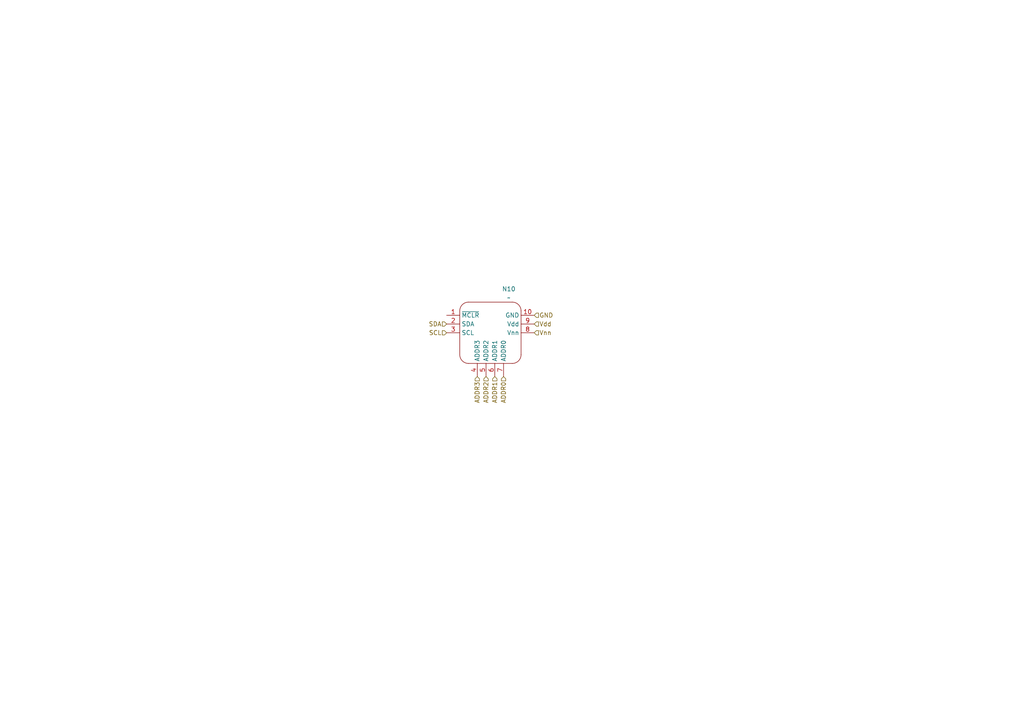
<source format=kicad_sch>
(kicad_sch (version 20231120) (generator "eeschema") (generator_version "8.0")
  (paper "A4")
  (lib_symbols
    (symbol "Nixie:Nixie_Driver"
      (property "Reference" "N" (at 0 7.62 0))
      (symbol "Nixie_Driver_0_1"
        (arc (start -8.8898 -8.8898) (mid -8.1459 -10.6859) (end -6.3498 -11.4298))
        (arc (start -6.35 6.35) (mid -8.1461 5.6061) (end -8.89 3.81))
        (polyline (pts (xy -8.89 3.81) (xy -8.89 -8.89)))
        (polyline (pts (xy -6.35 -11.43) (xy 6.35 -11.43)))
        (polyline (pts (xy 6.35 6.35) (xy -6.35 6.35)))
        (polyline (pts (xy 8.89 3.81) (xy 8.89 -8.89)))
        (arc (start 6.35 -11.43) (mid 8.1461 -10.6861) (end 8.89 -8.89))
        (arc (start 8.89 3.81) (mid 8.1461 5.6061) (end 6.35 6.35))
      )
      (symbol "Nixie_Driver_1_1"
        (text "${I2C Address}" (at 5.08 -12.954 0) (effects (font (size 1.27 1.27) (italic yes)) (justify left)))
        (pin input line (at -12.7 2.54 0) (length 3.81) (name "~{MCLR}") (number "1"))
        (pin power_in line (at 12.7 2.54 180) (length 3.81) (name "GND") (number "10"))
        (pin bidirectional line (at -12.7 0 0) (length 3.81) (name "SDA") (number "2"))
        (pin bidirectional line (at -12.7 -2.54 0) (length 3.81) (name "SCL") (number "3"))
        (pin input line (at -3.81 -15.24 90) (length 3.81) (name "ADDR3") (number "4"))
        (pin input line (at -1.27 -15.24 90) (length 3.81) (name "ADDR2") (number "5"))
        (pin input line (at 1.27 -15.24 90) (length 3.81) (name "ADDR1") (number "6"))
        (pin input line (at 3.81 -15.24 90) (length 3.81) (name "ADDR0") (number "7"))
        (pin power_in line (at 12.7 -2.54 180) (length 3.81) (name "Vnn") (number "8"))
        (pin power_in line (at 12.7 0 180) (length 3.81) (name "Vdd") (number "9"))
      )
    )
  )
  (hierarchical_label "ADDR3" (shape input) (at 138.43 109.22 270))
  (hierarchical_label "ADDR0" (shape input) (at 146.05 109.22 270))
  (hierarchical_label "SCL" (shape input) (at 129.54 96.52 180))
  (hierarchical_label "Vnn" (shape input) (at 154.94 96.52 0))
  (hierarchical_label "GND" (shape input) (at 154.94 91.44 0))
  (hierarchical_label "ADDR2" (shape input) (at 140.97 109.22 270))
  (hierarchical_label "Vdd" (shape input) (at 154.94 93.98 0))
  (hierarchical_label "SDA" (shape input) (at 129.54 93.98 180))
  (hierarchical_label "ADDR1" (shape input) (at 143.51 109.22 270))
  (symbol (lib_id "Nixie:Nixie_Driver") (at 142.24 93.98 0) (unit 1)
    (property "Reference" "N1" (at 147.5824 83.82 0))
    (property "Value" "~" (at 147.5824 86.36 0))
    (property "Footprint" "Nixie:Nixie Driver V2" (effects (hide yes)))
    (instances (project "" (path "" (reference "N10") (unit 1)) (path "" (reference "N4") (unit 1)) (path "" (reference "N9") (unit 1)) (path "" (reference "N11") (unit 1)) (path "" (reference "N3") (unit 1)) (path "" (reference "N6") (unit 1)) (path "" (reference "N8") (unit 1)) (path "" (reference "N12") (unit 1)) (path "" (reference "N7") (unit 1)) (path "" (reference "N1") (unit 1)) (path "" (reference "N5") (unit 1)) (path "" (reference "N2") (unit 1))))
  )
)
</source>
